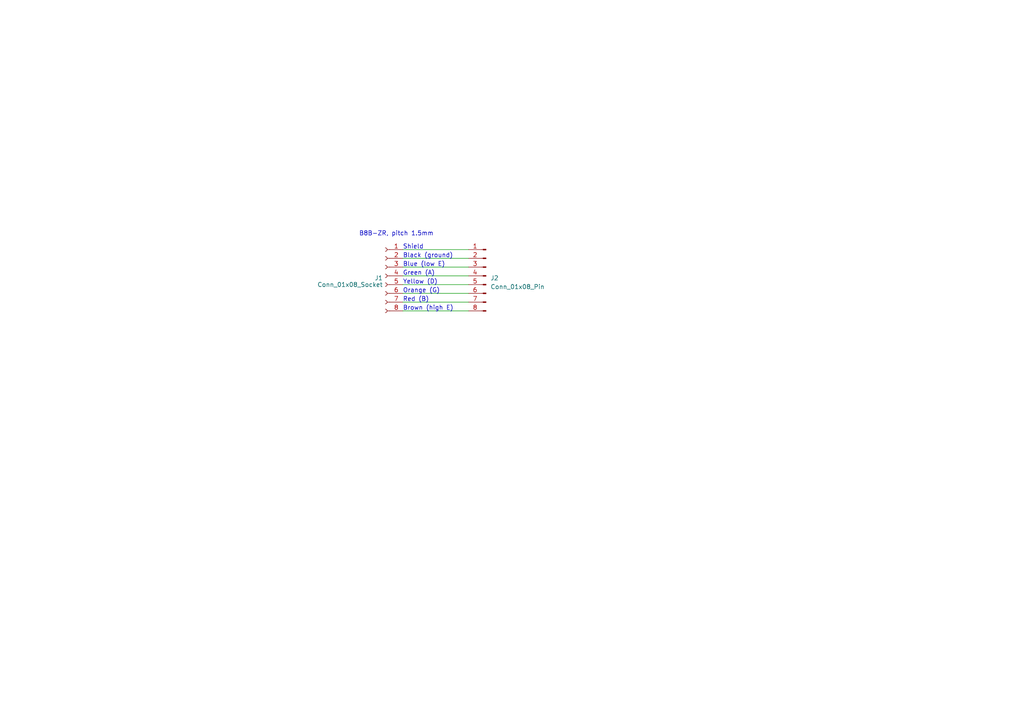
<source format=kicad_sch>
(kicad_sch (version 20230121) (generator eeschema)
  (paper "A4")
  (lib_symbols
    (symbol "Connector:Conn_01x08_Pin" (pin_names (offset 1.016) hide)
      (property "Reference" "J" (at 0 10.16 0))
      (property "Value" "Conn_01x08_Pin" (at 0 -12.7 0))
      (symbol "Conn_01x08_Pin_1_1"
        (polyline (pts (xy 1.27 -10.16) (xy 0.8636 -10.16)) (stroke (width 0.1524)))
        (polyline (pts (xy 1.27 -7.62) (xy 0.8636 -7.62)) (stroke (width 0.1524)))
        (polyline (pts (xy 1.27 -5.08) (xy 0.8636 -5.08)) (stroke (width 0.1524)))
        (polyline (pts (xy 1.27 -2.54) (xy 0.8636 -2.54)) (stroke (width 0.1524)))
        (polyline (pts (xy 1.27 0) (xy 0.8636 0)) (stroke (width 0.1524)))
        (polyline (pts (xy 1.27 2.54) (xy 0.8636 2.54)) (stroke (width 0.1524)))
        (polyline (pts (xy 1.27 5.08) (xy 0.8636 5.08)) (stroke (width 0.1524)))
        (polyline (pts (xy 1.27 7.62) (xy 0.8636 7.62)) (stroke (width 0.1524)))
        (rectangle (start 0.8636 -10.033) (end 0 -10.287) (stroke (width 0.1524)) (fill (type outline)))
        (rectangle (start 0.8636 -7.493) (end 0 -7.747) (stroke (width 0.1524)) (fill (type outline)))
        (rectangle (start 0.8636 -4.953) (end 0 -5.207) (stroke (width 0.1524)) (fill (type outline)))
        (rectangle (start 0.8636 -2.413) (end 0 -2.667) (stroke (width 0.1524)) (fill (type outline)))
        (rectangle (start 0.8636 0.127) (end 0 -0.127) (stroke (width 0.1524)) (fill (type outline)))
        (rectangle (start 0.8636 2.667) (end 0 2.413) (stroke (width 0.1524)) (fill (type outline)))
        (rectangle (start 0.8636 5.207) (end 0 4.953) (stroke (width 0.1524)) (fill (type outline)))
        (rectangle (start 0.8636 7.747) (end 0 7.493) (stroke (width 0.1524)) (fill (type outline)))
        (pin passive line (at 5.08 7.62 180) (length 3.81) (name "Pin_1") (number "1"))
        (pin passive line (at 5.08 5.08 180) (length 3.81) (name "Pin_2") (number "2"))
        (pin passive line (at 5.08 2.54 180) (length 3.81) (name "Pin_3") (number "3"))
        (pin passive line (at 5.08 0 180) (length 3.81) (name "Pin_4") (number "4"))
        (pin passive line (at 5.08 -2.54 180) (length 3.81) (name "Pin_5") (number "5"))
        (pin passive line (at 5.08 -5.08 180) (length 3.81) (name "Pin_6") (number "6"))
        (pin passive line (at 5.08 -7.62 180) (length 3.81) (name "Pin_7") (number "7"))
        (pin passive line (at 5.08 -10.16 180) (length 3.81) (name "Pin_8") (number "8"))
      )
    )
    (symbol "Connector:Conn_01x08_Socket" (pin_names (offset 1.016) hide)
      (property "Reference" "J" (at 0 10.16 0))
      (property "Value" "Conn_01x08_Socket" (at 0 -12.7 0))
      (symbol "Conn_01x08_Socket_1_1"
        (arc (start 0 -9.652) (mid -0.5058 -10.16) (end 0 -10.668) (stroke (width 0.1524)))
        (arc (start 0 -7.112) (mid -0.5058 -7.62) (end 0 -8.128) (stroke (width 0.1524)))
        (arc (start 0 -4.572) (mid -0.5058 -5.08) (end 0 -5.588) (stroke (width 0.1524)))
        (arc (start 0 -2.032) (mid -0.5058 -2.54) (end 0 -3.048) (stroke (width 0.1524)))
        (polyline (pts (xy -1.27 -10.16) (xy -0.508 -10.16)) (stroke (width 0.1524)))
        (polyline (pts (xy -1.27 -7.62) (xy -0.508 -7.62)) (stroke (width 0.1524)))
        (polyline (pts (xy -1.27 -5.08) (xy -0.508 -5.08)) (stroke (width 0.1524)))
        (polyline (pts (xy -1.27 -2.54) (xy -0.508 -2.54)) (stroke (width 0.1524)))
        (polyline (pts (xy -1.27 0) (xy -0.508 0)) (stroke (width 0.1524)))
        (polyline (pts (xy -1.27 2.54) (xy -0.508 2.54)) (stroke (width 0.1524)))
        (polyline (pts (xy -1.27 5.08) (xy -0.508 5.08)) (stroke (width 0.1524)))
        (polyline (pts (xy -1.27 7.62) (xy -0.508 7.62)) (stroke (width 0.1524)))
        (arc (start 0 0.508) (mid -0.5058 0) (end 0 -0.508) (stroke (width 0.1524)))
        (arc (start 0 3.048) (mid -0.5058 2.54) (end 0 2.032) (stroke (width 0.1524)))
        (arc (start 0 5.588) (mid -0.5058 5.08) (end 0 4.572) (stroke (width 0.1524)))
        (arc (start 0 8.128) (mid -0.5058 7.62) (end 0 7.112) (stroke (width 0.1524)))
        (pin passive line (at -5.08 7.62 0) (length 3.81) (name "Pin_1") (number "1"))
        (pin passive line (at -5.08 5.08 0) (length 3.81) (name "Pin_2") (number "2"))
        (pin passive line (at -5.08 2.54 0) (length 3.81) (name "Pin_3") (number "3"))
        (pin passive line (at -5.08 0 0) (length 3.81) (name "Pin_4") (number "4"))
        (pin passive line (at -5.08 -2.54 0) (length 3.81) (name "Pin_5") (number "5"))
        (pin passive line (at -5.08 -5.08 0) (length 3.81) (name "Pin_6") (number "6"))
        (pin passive line (at -5.08 -7.62 0) (length 3.81) (name "Pin_7") (number "7"))
        (pin passive line (at -5.08 -10.16 0) (length 3.81) (name "Pin_8") (number "8"))
      )
    )
  )
  (wire (pts (xy 116.84 90.17) (xy 135.89 90.17)))
  (wire (pts (xy 116.84 85.09) (xy 135.89 85.09)))
  (wire (pts (xy 116.84 74.93) (xy 135.89 74.93)))
  (wire (pts (xy 116.84 80.01) (xy 135.89 80.01)))
  (wire (pts (xy 116.84 77.47) (xy 135.89 77.47)))
  (wire (pts (xy 116.84 87.63) (xy 135.89 87.63)))
  (wire (pts (xy 116.84 72.39) (xy 135.89 72.39)))
  (wire (pts (xy 116.84 82.55) (xy 135.89 82.55)))
  (text "B8B-ZR, pitch 1.5mm" (at 104.14 68.58 0) (effects (font (size 1.27 1.27)) (justify left bottom)))
  (text "Black (ground)" (at 116.84 74.93 0) (effects (font (size 1.27 1.27)) (justify left bottom)))
  (text "Red (B)" (at 116.84 87.63 0) (effects (font (size 1.27 1.27)) (justify left bottom)))
  (text "Yellow (D)" (at 116.84 82.55 0) (effects (font (size 1.27 1.27)) (justify left bottom)))
  (text "Blue (low E)" (at 116.84 77.47 0) (effects (font (size 1.27 1.27)) (justify left bottom)))
  (text "Shield" (at 116.84 72.39 0) (effects (font (size 1.27 1.27)) (justify left bottom)))
  (text "Orange (G)" (at 116.84 85.09 0) (effects (font (size 1.27 1.27)) (justify left bottom)))
  (text "Brown (high E)" (at 116.84 90.17 0) (effects (font (size 1.27 1.27)) (justify left bottom)))
  (text "Green (A)" (at 116.84 80.01 0) (effects (font (size 1.27 1.27)) (justify left bottom)))
  (symbol (lib_id "Connector:Conn_01x08_Pin") (at 140.97 80.01 0) (mirror y) (unit 1)
    (property "Reference" "J2" (at 142.24 80.645 0) (effects (justify right)))
    (property "Value" "Conn_01x08_Pin" (at 142.24 83.185 0) (effects (justify right)))
    (property "Footprint" "Connector_PinHeader_2.54mm:PinHeader_1x08_P2.54mm_Vertical" (effects hide))
  )
  (symbol (lib_id "Connector:Conn_01x08_Socket") (at 111.76 80.01 0) (mirror y) (unit 1)
    (property "Reference" "J1" (at 111.0488 80.6363 0) (effects (justify left)))
    (property "Value" "Conn_01x08_Socket" (at 111.0488 82.5573 0) (effects (justify left)))
    (property "Footprint" "Connector_Wuerth:Wuerth_WR-WTB_64800811622_1x08_P1.50mm_Vertical" (effects hide))
  )
)
</source>
